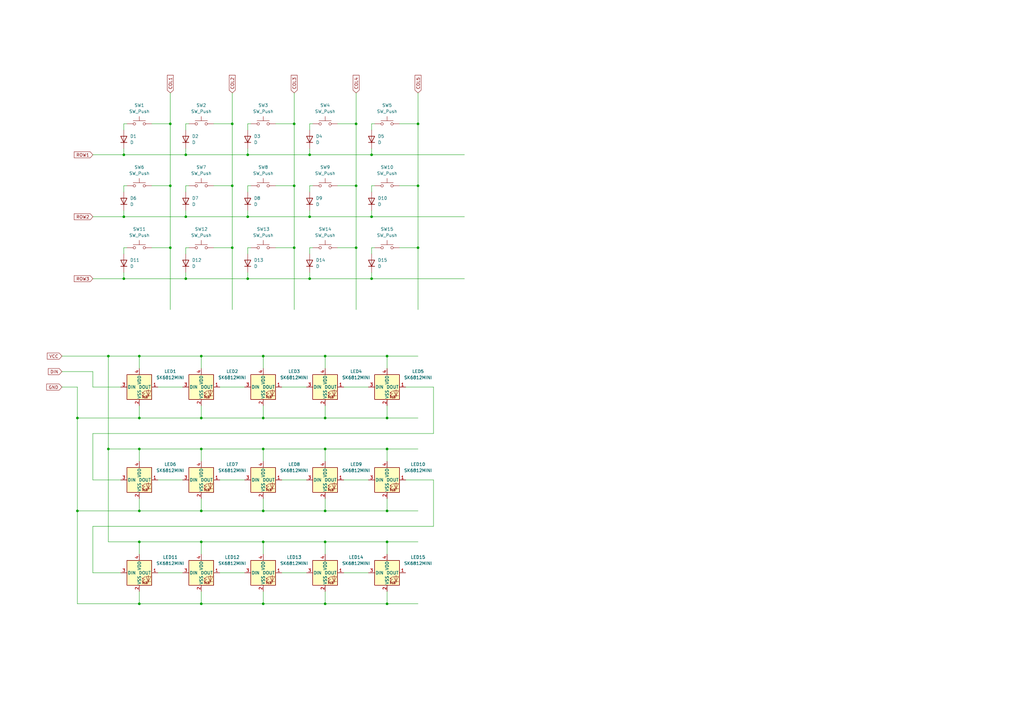
<source format=kicad_sch>
(kicad_sch (version 20250114) (generator "eeschema") (generator_version "9.0")
  (paper "A3")
  (lib_symbols
    (symbol "Device:D" (pin_numbers (hide yes)) (pin_names (offset 1.016) (hide yes))
      (property "Reference" "D" (at 0 2.54 0))
      (property "Value" "D" (at 0 -2.54 0))
      (symbol "D_0_1"
        (polyline (pts (xy -1.27 1.27) (xy -1.27 -1.27)) (stroke (width 0.254)))
        (polyline (pts (xy 1.27 1.27) (xy 1.27 -1.27) (xy -1.27 0) (xy 1.27 1.27)) (stroke (width 0.254)))
        (polyline (pts (xy 1.27 0) (xy -1.27 0)))
      )
      (symbol "D_1_1"
        (pin passive line (at -3.81 0 0) (length 2.54) (name "K") (number "1"))
        (pin passive line (at 3.81 0 180) (length 2.54) (name "A") (number "2"))
      )
    )
    (symbol "LED:SK6812MINI" (pin_names (offset 0.254))
      (property "Reference" "D" (at 5.08 5.715 0))
      (property "Value" "SK6812MINI" (at 1.27 -5.715 0))
      (symbol "SK6812MINI_0_0"
        (text "RGB" (at 2.286 -4.191 0) (effects (font (size 0.762 0.762))))
      )
      (symbol "SK6812MINI_0_1"
        (polyline (pts (xy 1.27 -2.54) (xy 1.778 -2.54)))
        (polyline (pts (xy 1.27 -3.556) (xy 1.778 -3.556)))
        (polyline (pts (xy 2.286 -1.524) (xy 1.27 -2.54) (xy 1.27 -2.032)))
        (polyline (pts (xy 2.286 -2.54) (xy 1.27 -3.556) (xy 1.27 -3.048)))
        (polyline (pts (xy 3.683 -1.016) (xy 3.683 -3.556) (xy 3.683 -4.064)))
        (polyline (pts (xy 4.699 -1.524) (xy 2.667 -1.524) (xy 3.683 -3.556) (xy 4.699 -1.524)))
        (polyline (pts (xy 4.699 -3.556) (xy 2.667 -3.556)))
        (rectangle (start 5.08 5.08) (end -5.08 -5.08) (stroke (width 0.254)) (fill (type background)))
      )
      (symbol "SK6812MINI_1_1"
        (pin input line (at -7.62 0 0) (length 2.54) (name "DIN") (number "3"))
        (pin power_in line (at 0 7.62 270) (length 2.54) (name "VDD") (number "4"))
        (pin power_in line (at 0 -7.62 90) (length 2.54) (name "VSS") (number "2"))
        (pin output line (at 7.62 0 180) (length 2.54) (name "DOUT") (number "1"))
      )
    )
    (symbol "Switch:SW_Push" (pin_numbers (hide yes)) (pin_names (offset 1.016) (hide yes))
      (property "Reference" "SW" (at 1.27 2.54 0))
      (property "Value" "SW_Push" (at 0 -1.524 0))
      (symbol "SW_Push_0_1"
        (circle (center -2.032 0) (radius 0.508))
        (polyline (pts (xy 0 1.27) (xy 0 3.048)))
        (circle (center 2.032 0) (radius 0.508))
        (polyline (pts (xy 2.54 1.27) (xy -2.54 1.27)))
        (pin passive line (at -5.08 0 0) (length 2.54) (name "1") (number "1"))
        (pin passive line (at 5.08 0 180) (length 2.54) (name "2") (number "2"))
      )
    )
  )
  (junction (at 133.35 209.55))
  (junction (at 95.25 101.6))
  (junction (at 158.75 222.25))
  (junction (at 69.85 101.6))
  (junction (at 69.85 50.8))
  (junction (at 82.55 209.55))
  (junction (at 50.8 114.3))
  (junction (at 152.4 88.9))
  (junction (at 146.05 76.2))
  (junction (at 95.25 50.8))
  (junction (at 57.15 209.55))
  (junction (at 152.4 114.3))
  (junction (at 50.8 63.5))
  (junction (at 107.95 146.05))
  (junction (at 146.05 50.8))
  (junction (at 120.65 101.6))
  (junction (at 120.65 50.8))
  (junction (at 44.45 146.05))
  (junction (at 57.15 171.45))
  (junction (at 146.05 101.6))
  (junction (at 69.85 76.2))
  (junction (at 31.75 209.55))
  (junction (at 44.45 184.15))
  (junction (at 82.55 146.05))
  (junction (at 158.75 209.55))
  (junction (at 82.55 222.25))
  (junction (at 107.95 209.55))
  (junction (at 82.55 247.65))
  (junction (at 31.75 171.45))
  (junction (at 158.75 171.45))
  (junction (at 152.4 63.5))
  (junction (at 82.55 184.15))
  (junction (at 57.15 146.05))
  (junction (at 133.35 146.05))
  (junction (at 120.65 76.2))
  (junction (at 95.25 76.2))
  (junction (at 101.6 114.3))
  (junction (at 171.45 76.2))
  (junction (at 107.95 222.25))
  (junction (at 107.95 184.15))
  (junction (at 158.75 184.15))
  (junction (at 133.35 184.15))
  (junction (at 50.8 88.9))
  (junction (at 158.75 247.65))
  (junction (at 171.45 101.6))
  (junction (at 127 88.9))
  (junction (at 57.15 222.25))
  (junction (at 107.95 247.65))
  (junction (at 171.45 50.8))
  (junction (at 76.2 88.9))
  (junction (at 133.35 222.25))
  (junction (at 76.2 114.3))
  (junction (at 101.6 88.9))
  (junction (at 127 114.3))
  (junction (at 133.35 171.45))
  (junction (at 57.15 184.15))
  (junction (at 76.2 63.5))
  (junction (at 158.75 146.05))
  (junction (at 133.35 247.65))
  (junction (at 57.15 247.65))
  (junction (at 101.6 63.5))
  (junction (at 82.55 171.45))
  (junction (at 107.95 171.45))
  (junction (at 127 63.5))
  (wire (pts (xy 152.4 101.6) (xy 153.67 101.6)))
  (wire (pts (xy 76.2 88.9) (xy 101.6 88.9)))
  (wire (pts (xy 95.25 76.2) (xy 95.25 101.6)))
  (wire (pts (xy 69.85 38.1) (xy 69.85 50.8)))
  (wire (pts (xy 177.8 158.75) (xy 166.37 158.75)))
  (wire (pts (xy 158.75 171.45) (xy 171.45 171.45)))
  (wire (pts (xy 113.03 101.6) (xy 120.65 101.6)))
  (wire (pts (xy 133.35 184.15) (xy 133.35 189.23)))
  (wire (pts (xy 133.35 146.05) (xy 133.35 151.13)))
  (wire (pts (xy 50.8 111.76) (xy 50.8 114.3)))
  (wire (pts (xy 120.65 76.2) (xy 120.65 101.6)))
  (wire (pts (xy 127 50.8) (xy 128.27 50.8)))
  (wire (pts (xy 57.15 242.57) (xy 57.15 247.65)))
  (wire (pts (xy 38.1 196.85) (xy 38.1 177.8)))
  (wire (pts (xy 171.45 76.2) (xy 171.45 101.6)))
  (wire (pts (xy 38.1 215.9) (xy 177.8 215.9)))
  (wire (pts (xy 101.6 104.14) (xy 101.6 101.6)))
  (wire (pts (xy 38.1 234.95) (xy 49.53 234.95)))
  (wire (pts (xy 101.6 50.8) (xy 101.6 53.34)))
  (wire (pts (xy 158.75 146.05) (xy 171.45 146.05)))
  (wire (pts (xy 177.8 196.85) (xy 177.8 215.9)))
  (wire (pts (xy 133.35 184.15) (xy 158.75 184.15)))
  (wire (pts (xy 44.45 146.05) (xy 57.15 146.05)))
  (wire (pts (xy 133.35 146.05) (xy 158.75 146.05)))
  (wire (pts (xy 57.15 146.05) (xy 57.15 151.13)))
  (wire (pts (xy 50.8 63.5) (xy 76.2 63.5)))
  (wire (pts (xy 127 111.76) (xy 127 114.3)))
  (wire (pts (xy 25.4 146.05) (xy 44.45 146.05)))
  (wire (pts (xy 163.83 76.2) (xy 171.45 76.2)))
  (wire (pts (xy 146.05 50.8) (xy 146.05 76.2)))
  (wire (pts (xy 133.35 242.57) (xy 133.35 247.65)))
  (wire (pts (xy 95.25 101.6) (xy 95.25 127)))
  (wire (pts (xy 158.75 222.25) (xy 158.75 227.33)))
  (wire (pts (xy 140.97 234.95) (xy 151.13 234.95)))
  (wire (pts (xy 146.05 101.6) (xy 146.05 127)))
  (wire (pts (xy 107.95 146.05) (xy 107.95 151.13)))
  (wire (pts (xy 107.95 209.55) (xy 133.35 209.55)))
  (wire (pts (xy 171.45 38.1) (xy 171.45 50.8)))
  (wire (pts (xy 69.85 76.2) (xy 69.85 101.6)))
  (wire (pts (xy 133.35 247.65) (xy 158.75 247.65)))
  (wire (pts (xy 64.77 158.75) (xy 74.93 158.75)))
  (wire (pts (xy 120.65 38.1) (xy 120.65 50.8)))
  (wire (pts (xy 107.95 184.15) (xy 133.35 184.15)))
  (wire (pts (xy 127 63.5) (xy 152.4 63.5)))
  (wire (pts (xy 82.55 184.15) (xy 82.55 189.23)))
  (wire (pts (xy 101.6 88.9) (xy 127 88.9)))
  (wire (pts (xy 82.55 242.57) (xy 82.55 247.65)))
  (wire (pts (xy 127 60.96) (xy 127 63.5)))
  (wire (pts (xy 127 76.2) (xy 127 78.74)))
  (wire (pts (xy 76.2 50.8) (xy 76.2 53.34)))
  (wire (pts (xy 87.63 50.8) (xy 95.25 50.8)))
  (wire (pts (xy 90.17 158.75) (xy 100.33 158.75)))
  (wire (pts (xy 52.07 101.6) (xy 50.8 101.6)))
  (wire (pts (xy 57.15 146.05) (xy 82.55 146.05)))
  (wire (pts (xy 38.1 63.5) (xy 50.8 63.5)))
  (wire (pts (xy 62.23 76.2) (xy 69.85 76.2)))
  (wire (pts (xy 127 114.3) (xy 152.4 114.3)))
  (wire (pts (xy 57.15 222.25) (xy 82.55 222.25)))
  (wire (pts (xy 82.55 171.45) (xy 107.95 171.45)))
  (wire (pts (xy 163.83 101.6) (xy 171.45 101.6)))
  (wire (pts (xy 152.4 63.5) (xy 190.5 63.5)))
  (wire (pts (xy 90.17 234.95) (xy 100.33 234.95)))
  (wire (pts (xy 113.03 76.2) (xy 120.65 76.2)))
  (wire (pts (xy 57.15 171.45) (xy 82.55 171.45)))
  (wire (pts (xy 152.4 104.14) (xy 152.4 101.6)))
  (wire (pts (xy 158.75 222.25) (xy 171.45 222.25)))
  (wire (pts (xy 50.8 114.3) (xy 76.2 114.3)))
  (wire (pts (xy 115.57 196.85) (xy 125.73 196.85)))
  (wire (pts (xy 77.47 50.8) (xy 76.2 50.8)))
  (wire (pts (xy 163.83 50.8) (xy 171.45 50.8)))
  (wire (pts (xy 25.4 158.75) (xy 31.75 158.75)))
  (wire (pts (xy 76.2 86.36) (xy 76.2 88.9)))
  (wire (pts (xy 101.6 86.36) (xy 101.6 88.9)))
  (wire (pts (xy 57.15 247.65) (xy 82.55 247.65)))
  (wire (pts (xy 171.45 101.6) (xy 171.45 127)))
  (wire (pts (xy 44.45 184.15) (xy 44.45 222.25)))
  (wire (pts (xy 31.75 171.45) (xy 57.15 171.45)))
  (wire (pts (xy 69.85 101.6) (xy 69.85 127)))
  (wire (pts (xy 101.6 76.2) (xy 101.6 78.74)))
  (wire (pts (xy 38.1 158.75) (xy 49.53 158.75)))
  (wire (pts (xy 158.75 242.57) (xy 158.75 247.65)))
  (wire (pts (xy 146.05 76.2) (xy 146.05 101.6)))
  (wire (pts (xy 57.15 222.25) (xy 57.15 227.33)))
  (wire (pts (xy 57.15 204.47) (xy 57.15 209.55)))
  (wire (pts (xy 120.65 101.6) (xy 120.65 127)))
  (wire (pts (xy 107.95 166.37) (xy 107.95 171.45)))
  (wire (pts (xy 107.95 242.57) (xy 107.95 247.65)))
  (wire (pts (xy 146.05 38.1) (xy 146.05 50.8)))
  (wire (pts (xy 82.55 209.55) (xy 107.95 209.55)))
  (wire (pts (xy 90.17 196.85) (xy 100.33 196.85)))
  (wire (pts (xy 38.1 88.9) (xy 50.8 88.9)))
  (wire (pts (xy 76.2 78.74) (xy 76.2 76.2)))
  (wire (pts (xy 152.4 60.96) (xy 152.4 63.5)))
  (wire (pts (xy 76.2 114.3) (xy 101.6 114.3)))
  (wire (pts (xy 133.35 209.55) (xy 158.75 209.55)))
  (wire (pts (xy 82.55 184.15) (xy 107.95 184.15)))
  (wire (pts (xy 95.25 38.1) (xy 95.25 50.8)))
  (wire (pts (xy 133.35 171.45) (xy 158.75 171.45)))
  (wire (pts (xy 152.4 76.2) (xy 152.4 78.74)))
  (wire (pts (xy 76.2 76.2) (xy 77.47 76.2)))
  (wire (pts (xy 49.53 196.85) (xy 38.1 196.85)))
  (wire (pts (xy 82.55 166.37) (xy 82.55 171.45)))
  (wire (pts (xy 31.75 209.55) (xy 57.15 209.55)))
  (wire (pts (xy 133.35 222.25) (xy 158.75 222.25)))
  (wire (pts (xy 152.4 88.9) (xy 190.5 88.9)))
  (wire (pts (xy 115.57 234.95) (xy 125.73 234.95)))
  (wire (pts (xy 76.2 104.14) (xy 76.2 101.6)))
  (wire (pts (xy 101.6 101.6) (xy 102.87 101.6)))
  (wire (pts (xy 57.15 184.15) (xy 57.15 189.23)))
  (wire (pts (xy 171.45 50.8) (xy 171.45 76.2)))
  (wire (pts (xy 76.2 101.6) (xy 77.47 101.6)))
  (wire (pts (xy 87.63 76.2) (xy 95.25 76.2)))
  (wire (pts (xy 138.43 101.6) (xy 146.05 101.6)))
  (wire (pts (xy 62.23 50.8) (xy 69.85 50.8)))
  (wire (pts (xy 38.1 152.4) (xy 38.1 158.75)))
  (wire (pts (xy 64.77 196.85) (xy 74.93 196.85)))
  (wire (pts (xy 38.1 114.3) (xy 50.8 114.3)))
  (wire (pts (xy 50.8 101.6) (xy 50.8 104.14)))
  (wire (pts (xy 166.37 196.85) (xy 177.8 196.85)))
  (wire (pts (xy 113.03 50.8) (xy 120.65 50.8)))
  (wire (pts (xy 107.95 184.15) (xy 107.95 189.23)))
  (wire (pts (xy 107.95 171.45) (xy 133.35 171.45)))
  (wire (pts (xy 101.6 111.76) (xy 101.6 114.3)))
  (wire (pts (xy 50.8 88.9) (xy 76.2 88.9)))
  (wire (pts (xy 31.75 158.75) (xy 31.75 171.45)))
  (wire (pts (xy 158.75 247.65) (xy 171.45 247.65)))
  (wire (pts (xy 101.6 63.5) (xy 127 63.5)))
  (wire (pts (xy 50.8 50.8) (xy 50.8 53.34)))
  (wire (pts (xy 152.4 86.36) (xy 152.4 88.9)))
  (wire (pts (xy 64.77 234.95) (xy 74.93 234.95)))
  (wire (pts (xy 102.87 50.8) (xy 101.6 50.8)))
  (wire (pts (xy 38.1 177.8) (xy 177.8 177.8)))
  (wire (pts (xy 152.4 111.76) (xy 152.4 114.3)))
  (wire (pts (xy 44.45 222.25) (xy 57.15 222.25)))
  (wire (pts (xy 31.75 209.55) (xy 31.75 247.65)))
  (wire (pts (xy 133.35 166.37) (xy 133.35 171.45)))
  (wire (pts (xy 158.75 166.37) (xy 158.75 171.45)))
  (wire (pts (xy 25.4 152.4) (xy 38.1 152.4)))
  (wire (pts (xy 101.6 60.96) (xy 101.6 63.5)))
  (wire (pts (xy 158.75 146.05) (xy 158.75 151.13)))
  (wire (pts (xy 87.63 101.6) (xy 95.25 101.6)))
  (wire (pts (xy 153.67 50.8) (xy 152.4 50.8)))
  (wire (pts (xy 107.95 222.25) (xy 107.95 227.33)))
  (wire (pts (xy 127 88.9) (xy 152.4 88.9)))
  (wire (pts (xy 107.95 247.65) (xy 133.35 247.65)))
  (wire (pts (xy 127 53.34) (xy 127 50.8)))
  (wire (pts (xy 152.4 114.3) (xy 190.5 114.3)))
  (wire (pts (xy 177.8 177.8) (xy 177.8 158.75)))
  (wire (pts (xy 38.1 215.9) (xy 38.1 234.95)))
  (wire (pts (xy 82.55 222.25) (xy 107.95 222.25)))
  (wire (pts (xy 158.75 184.15) (xy 171.45 184.15)))
  (wire (pts (xy 62.23 101.6) (xy 69.85 101.6)))
  (wire (pts (xy 50.8 86.36) (xy 50.8 88.9)))
  (wire (pts (xy 57.15 184.15) (xy 82.55 184.15)))
  (wire (pts (xy 82.55 204.47) (xy 82.55 209.55)))
  (wire (pts (xy 158.75 204.47) (xy 158.75 209.55)))
  (wire (pts (xy 107.95 204.47) (xy 107.95 209.55)))
  (wire (pts (xy 102.87 76.2) (xy 101.6 76.2)))
  (wire (pts (xy 57.15 209.55) (xy 82.55 209.55)))
  (wire (pts (xy 31.75 171.45) (xy 31.75 209.55)))
  (wire (pts (xy 76.2 63.5) (xy 101.6 63.5)))
  (wire (pts (xy 52.07 50.8) (xy 50.8 50.8)))
  (wire (pts (xy 31.75 247.65) (xy 57.15 247.65)))
  (wire (pts (xy 82.55 222.25) (xy 82.55 227.33)))
  (wire (pts (xy 82.55 146.05) (xy 107.95 146.05)))
  (wire (pts (xy 115.57 158.75) (xy 125.73 158.75)))
  (wire (pts (xy 140.97 196.85) (xy 151.13 196.85)))
  (wire (pts (xy 128.27 76.2) (xy 127 76.2)))
  (wire (pts (xy 82.55 146.05) (xy 82.55 151.13)))
  (wire (pts (xy 44.45 146.05) (xy 44.45 184.15)))
  (wire (pts (xy 50.8 60.96) (xy 50.8 63.5)))
  (wire (pts (xy 133.35 222.25) (xy 133.35 227.33)))
  (wire (pts (xy 57.15 166.37) (xy 57.15 171.45)))
  (wire (pts (xy 101.6 114.3) (xy 127 114.3)))
  (wire (pts (xy 69.85 50.8) (xy 69.85 76.2)))
  (wire (pts (xy 127 104.14) (xy 127 101.6)))
  (wire (pts (xy 158.75 184.15) (xy 158.75 189.23)))
  (wire (pts (xy 76.2 60.96) (xy 76.2 63.5)))
  (wire (pts (xy 127 101.6) (xy 128.27 101.6)))
  (wire (pts (xy 153.67 76.2) (xy 152.4 76.2)))
  (wire (pts (xy 50.8 76.2) (xy 50.8 78.74)))
  (wire (pts (xy 133.35 204.47) (xy 133.35 209.55)))
  (wire (pts (xy 138.43 76.2) (xy 146.05 76.2)))
  (wire (pts (xy 140.97 158.75) (xy 151.13 158.75)))
  (wire (pts (xy 158.75 209.55) (xy 171.45 209.55)))
  (wire (pts (xy 107.95 222.25) (xy 133.35 222.25)))
  (wire (pts (xy 44.45 184.15) (xy 57.15 184.15)))
  (wire (pts (xy 76.2 111.76) (xy 76.2 114.3)))
  (wire (pts (xy 107.95 146.05) (xy 133.35 146.05)))
  (wire (pts (xy 82.55 247.65) (xy 107.95 247.65)))
  (wire (pts (xy 52.07 76.2) (xy 50.8 76.2)))
  (wire (pts (xy 138.43 50.8) (xy 146.05 50.8)))
  (wire (pts (xy 127 88.9) (xy 127 86.36)))
  (wire (pts (xy 120.65 50.8) (xy 120.65 76.2)))
  (wire (pts (xy 152.4 50.8) (xy 152.4 53.34)))
  (wire (pts (xy 95.25 50.8) (xy 95.25 76.2)))
  (global_label "COL3" (shape input) (at 120.65 38.1 90) (property "Intersheetrefs" "${INTERSHEET_REFS}" (effects (hide yes))))
  (global_label "COL1" (shape input) (at 69.85 38.1 90) (property "Intersheetrefs" "${INTERSHEET_REFS}" (effects (hide yes))))
  (global_label "COL4" (shape input) (at 146.05 38.1 90) (property "Intersheetrefs" "${INTERSHEET_REFS}" (effects (hide yes))))
  (global_label "ROW3" (shape input) (at 38.1 114.3 180) (property "Intersheetrefs" "${INTERSHEET_REFS}" (effects (hide yes))))
  (global_label "ROW1" (shape input) (at 38.1 63.5 180) (property "Intersheetrefs" "${INTERSHEET_REFS}" (effects (hide yes))))
  (global_label "ROW2" (shape input) (at 38.1 88.9 180) (property "Intersheetrefs" "${INTERSHEET_REFS}" (effects (hide yes))))
  (global_label "DIN" (shape input) (at 25.4 152.4 180) (property "Intersheetrefs" "${INTERSHEET_REFS}" (effects (hide yes))))
  (global_label "COL2" (shape input) (at 95.25 38.1 90) (property "Intersheetrefs" "${INTERSHEET_REFS}" (effects (hide yes))))
  (global_label "VCC" (shape input) (at 25.4 146.05 180) (property "Intersheetrefs" "${INTERSHEET_REFS}" (effects (hide yes))))
  (global_label "GND" (shape input) (at 25.4 158.75 180) (property "Intersheetrefs" "${INTERSHEET_REFS}" (effects (hide yes))))
  (global_label "COL5" (shape input) (at 171.45 38.1 90) (property "Intersheetrefs" "${INTERSHEET_REFS}" (effects (hide yes))))
  (symbol (lib_id "Switch:SW_Push") (at 107.95 76.2 0) (unit 1)
    (property "Reference" "SW8" (at 107.95 68.58 0))
    (property "Value" "SW_Push" (at 107.95 71.12 0))
    (property "Footprint" "SWICHES:MX-Hotswap-1U" (effects (hide yes)))
    (property "Description" "Push button switch, generic, two pins" (effects (hide yes)))
  )
  (symbol (lib_id "Switch:SW_Push") (at 133.35 76.2 0) (unit 1)
    (property "Reference" "SW9" (at 133.35 68.58 0))
    (property "Value" "SW_Push" (at 133.35 71.12 0))
    (property "Footprint" "SWICHES:MX-Hotswap-1U" (effects (hide yes)))
    (property "Description" "Push button switch, generic, two pins" (effects (hide yes)))
  )
  (symbol (lib_id "LED:SK6812MINI") (at 57.15 158.75 0) (unit 1)
    (property "Reference" "LED1" (at 69.85 152.3298 0))
    (property "Value" "SK6812MINI" (at 69.85 154.8698 0))
    (property "Footprint" "SWICHES:SK6812 MINI W_hole" (effects (hide yes)))
    (property "Datasheet" "https://cdn-shop.adafruit.com/product-files/2686/SK6812MINI_REV.01-1-2.pdf" (effects (hide yes)))
    (property "Description" "RGB LED with integrated controller" (effects (hide yes)))
  )
  (symbol (lib_id "Switch:SW_Push") (at 133.35 101.6 0) (unit 1)
    (property "Reference" "SW14" (at 133.35 93.98 0))
    (property "Value" "SW_Push" (at 133.35 96.52 0))
    (property "Footprint" "SWICHES:MX-Hotswap-1U" (effects (hide yes)))
    (property "Description" "Push button switch, generic, two pins" (effects (hide yes)))
  )
  (symbol (lib_id "Switch:SW_Push") (at 57.15 76.2 0) (unit 1)
    (property "Reference" "SW6" (at 57.15 68.58 0))
    (property "Value" "SW_Push" (at 57.15 71.12 0))
    (property "Footprint" "SWICHES:MX-Hotswap-1.25U" (effects (hide yes)))
    (property "Description" "Push button switch, generic, two pins" (effects (hide yes)))
  )
  (symbol (lib_id "Switch:SW_Push") (at 82.55 50.8 0) (unit 1)
    (property "Reference" "SW2" (at 82.55 43.18 0))
    (property "Value" "SW_Push" (at 82.55 45.72 0))
    (property "Footprint" "SWICHES:MX-Hotswap-1U" (effects (hide yes)))
    (property "Description" "Push button switch, generic, two pins" (effects (hide yes)))
  )
  (symbol (lib_id "Device:D") (at 152.4 57.15 90) (unit 1)
    (property "Reference" "D5" (at 154.94 55.8799 90) (effects (justify right)))
    (property "Value" "D" (at 154.94 58.4199 90) (effects (justify right)))
    (property "Footprint" "Diode_SMD:D_0603_1608Metric" (effects (hide yes)))
    (property "Description" "Diode" (effects (hide yes)))
    (property "Sim.Device" "D" (effects (hide yes)))
    (property "Sim.Pins" "1=K 2=A" (effects (hide yes)))
  )
  (symbol (lib_id "LED:SK6812MINI") (at 107.95 158.75 0) (unit 1)
    (property "Reference" "LED3" (at 120.65 152.3298 0))
    (property "Value" "SK6812MINI" (at 120.65 154.8698 0))
    (property "Footprint" "SWICHES:SK6812 MINI W_hole" (effects (hide yes)))
    (property "Datasheet" "https://cdn-shop.adafruit.com/product-files/2686/SK6812MINI_REV.01-1-2.pdf" (effects (hide yes)))
    (property "Description" "RGB LED with integrated controller" (effects (hide yes)))
  )
  (symbol (lib_id "Device:D") (at 50.8 82.55 90) (unit 1)
    (property "Reference" "D6" (at 53.34 81.2799 90) (effects (justify right)))
    (property "Value" "D" (at 53.34 83.8199 90) (effects (justify right)))
    (property "Footprint" "Diode_SMD:D_0603_1608Metric" (effects (hide yes)))
    (property "Description" "Diode" (effects (hide yes)))
    (property "Sim.Device" "D" (effects (hide yes)))
    (property "Sim.Pins" "1=K 2=A" (effects (hide yes)))
  )
  (symbol (lib_id "Device:D") (at 76.2 107.95 90) (unit 1)
    (property "Reference" "D12" (at 78.74 106.6799 90) (effects (justify right)))
    (property "Value" "D" (at 78.74 109.2199 90) (effects (justify right)))
    (property "Footprint" "Diode_SMD:D_0603_1608Metric" (effects (hide yes)))
    (property "Description" "Diode" (effects (hide yes)))
    (property "Sim.Device" "D" (effects (hide yes)))
    (property "Sim.Pins" "1=K 2=A" (effects (hide yes)))
  )
  (symbol (lib_id "Device:D") (at 76.2 57.15 90) (unit 1)
    (property "Reference" "D2" (at 78.74 55.8799 90) (effects (justify right)))
    (property "Value" "D" (at 78.74 58.4199 90) (effects (justify right)))
    (property "Footprint" "Diode_SMD:D_0603_1608Metric" (effects (hide yes)))
    (property "Description" "Diode" (effects (hide yes)))
    (property "Sim.Device" "D" (effects (hide yes)))
    (property "Sim.Pins" "1=K 2=A" (effects (hide yes)))
  )
  (symbol (lib_id "Device:D") (at 50.8 57.15 90) (unit 1)
    (property "Reference" "D1" (at 53.34 55.8799 90) (effects (justify right)))
    (property "Value" "D" (at 53.34 58.4199 90) (effects (justify right)))
    (property "Footprint" "Diode_SMD:D_0603_1608Metric" (effects (hide yes)))
    (property "Description" "Diode" (effects (hide yes)))
    (property "Sim.Device" "D" (effects (hide yes)))
    (property "Sim.Pins" "1=K 2=A" (effects (hide yes)))
  )
  (symbol (lib_id "Switch:SW_Push") (at 82.55 101.6 0) (unit 1)
    (property "Reference" "SW12" (at 82.55 93.98 0))
    (property "Value" "SW_Push" (at 82.55 96.52 0))
    (property "Footprint" "SWICHES:MX-Hotswap-1U" (effects (hide yes)))
    (property "Description" "Push button switch, generic, two pins" (effects (hide yes)))
  )
  (symbol (lib_id "LED:SK6812MINI") (at 133.35 196.85 0) (unit 1)
    (property "Reference" "LED9" (at 146.05 190.4298 0))
    (property "Value" "SK6812MINI" (at 146.05 192.9698 0))
    (property "Footprint" "SWICHES:SK6812 MINI W_hole" (effects (hide yes)))
    (property "Datasheet" "https://cdn-shop.adafruit.com/product-files/2686/SK6812MINI_REV.01-1-2.pdf" (effects (hide yes)))
    (property "Description" "RGB LED with integrated controller" (effects (hide yes)))
  )
  (symbol (lib_id "LED:SK6812MINI") (at 82.55 158.75 0) (unit 1)
    (property "Reference" "LED2" (at 95.25 152.3298 0))
    (property "Value" "SK6812MINI" (at 95.25 154.8698 0))
    (property "Footprint" "SWICHES:SK6812 MINI W_hole" (effects (hide yes)))
    (property "Datasheet" "https://cdn-shop.adafruit.com/product-files/2686/SK6812MINI_REV.01-1-2.pdf" (effects (hide yes)))
    (property "Description" "RGB LED with integrated controller" (effects (hide yes)))
  )
  (symbol (lib_id "Device:D") (at 76.2 82.55 90) (unit 1)
    (property "Reference" "D7" (at 78.74 81.2799 90) (effects (justify right)))
    (property "Value" "D" (at 78.74 83.8199 90) (effects (justify right)))
    (property "Footprint" "Diode_SMD:D_0603_1608Metric" (effects (hide yes)))
    (property "Description" "Diode" (effects (hide yes)))
    (property "Sim.Device" "D" (effects (hide yes)))
    (property "Sim.Pins" "1=K 2=A" (effects (hide yes)))
  )
  (symbol (lib_id "Switch:SW_Push") (at 57.15 50.8 0) (unit 1)
    (property "Reference" "SW1" (at 57.15 43.18 0))
    (property "Value" "SW_Push" (at 57.15 45.72 0))
    (property "Footprint" "SWICHES:MX-Hotswap-1.25U" (effects (hide yes)))
    (property "Description" "Push button switch, generic, two pins" (effects (hide yes)))
  )
  (symbol (lib_id "LED:SK6812MINI") (at 133.35 158.75 0) (unit 1)
    (property "Reference" "LED4" (at 146.05 152.3298 0))
    (property "Value" "SK6812MINI" (at 146.05 154.8698 0))
    (property "Footprint" "SWICHES:SK6812 MINI W_hole" (effects (hide yes)))
    (property "Datasheet" "https://cdn-shop.adafruit.com/product-files/2686/SK6812MINI_REV.01-1-2.pdf" (effects (hide yes)))
    (property "Description" "RGB LED with integrated controller" (effects (hide yes)))
  )
  (symbol (lib_id "Switch:SW_Push") (at 158.75 76.2 0) (unit 1)
    (property "Reference" "SW10" (at 158.75 68.58 0))
    (property "Value" "SW_Push" (at 158.75 71.12 0))
    (property "Footprint" "SWICHES:MX-Hotswap-1U" (effects (hide yes)))
    (property "Description" "Push button switch, generic, two pins" (effects (hide yes)))
  )
  (symbol (lib_id "LED:SK6812MINI") (at 57.15 234.95 0) (unit 1)
    (property "Reference" "LED11" (at 69.85 228.5298 0))
    (property "Value" "SK6812MINI" (at 69.85 231.0698 0))
    (property "Footprint" "SWICHES:SK6812 MINI W_hole" (effects (hide yes)))
    (property "Datasheet" "https://cdn-shop.adafruit.com/product-files/2686/SK6812MINI_REV.01-1-2.pdf" (effects (hide yes)))
    (property "Description" "RGB LED with integrated controller" (effects (hide yes)))
  )
  (symbol (lib_id "Switch:SW_Push") (at 133.35 50.8 0) (unit 1)
    (property "Reference" "SW4" (at 133.35 43.18 0))
    (property "Value" "SW_Push" (at 133.35 45.72 0))
    (property "Footprint" "SWICHES:MX-Hotswap-1U" (effects (hide yes)))
    (property "Description" "Push button switch, generic, two pins" (effects (hide yes)))
  )
  (symbol (lib_id "Device:D") (at 101.6 107.95 90) (unit 1)
    (property "Reference" "D13" (at 104.14 106.6799 90) (effects (justify right)))
    (property "Value" "D" (at 104.14 109.2199 90) (effects (justify right)))
    (property "Footprint" "Diode_SMD:D_0603_1608Metric" (effects (hide yes)))
    (property "Description" "Diode" (effects (hide yes)))
    (property "Sim.Device" "D" (effects (hide yes)))
    (property "Sim.Pins" "1=K 2=A" (effects (hide yes)))
  )
  (symbol (lib_id "Switch:SW_Push") (at 82.55 76.2 0) (unit 1)
    (property "Reference" "SW7" (at 82.55 68.58 0))
    (property "Value" "SW_Push" (at 82.55 71.12 0))
    (property "Footprint" "SWICHES:MX-Hotswap-1U" (effects (hide yes)))
    (property "Description" "Push button switch, generic, two pins" (effects (hide yes)))
  )
  (symbol (lib_id "LED:SK6812MINI") (at 82.55 196.85 0) (unit 1)
    (property "Reference" "LED7" (at 95.25 190.4298 0))
    (property "Value" "SK6812MINI" (at 95.25 192.9698 0))
    (property "Footprint" "SWICHES:SK6812 MINI W_hole" (effects (hide yes)))
    (property "Datasheet" "https://cdn-shop.adafruit.com/product-files/2686/SK6812MINI_REV.01-1-2.pdf" (effects (hide yes)))
    (property "Description" "RGB LED with integrated controller" (effects (hide yes)))
  )
  (symbol (lib_id "Device:D") (at 127 57.15 90) (unit 1)
    (property "Reference" "D4" (at 129.54 55.8799 90) (effects (justify right)))
    (property "Value" "D" (at 129.54 58.4199 90) (effects (justify right)))
    (property "Footprint" "Diode_SMD:D_0603_1608Metric" (effects (hide yes)))
    (property "Description" "Diode" (effects (hide yes)))
    (property "Sim.Device" "D" (effects (hide yes)))
    (property "Sim.Pins" "1=K 2=A" (effects (hide yes)))
  )
  (symbol (lib_id "LED:SK6812MINI") (at 158.75 158.75 0) (unit 1)
    (property "Reference" "LED5" (at 171.45 152.3298 0))
    (property "Value" "SK6812MINI" (at 171.45 154.8698 0))
    (property "Footprint" "SWICHES:SK6812 MINI W_hole" (effects (hide yes)))
    (property "Datasheet" "https://cdn-shop.adafruit.com/product-files/2686/SK6812MINI_REV.01-1-2.pdf" (effects (hide yes)))
    (property "Description" "RGB LED with integrated controller" (effects (hide yes)))
  )
  (symbol (lib_id "LED:SK6812MINI") (at 82.55 234.95 0) (unit 1)
    (property "Reference" "LED12" (at 95.25 228.5298 0))
    (property "Value" "SK6812MINI" (at 95.25 231.0698 0))
    (property "Footprint" "SWICHES:SK6812 MINI W_hole" (effects (hide yes)))
    (property "Datasheet" "https://cdn-shop.adafruit.com/product-files/2686/SK6812MINI_REV.01-1-2.pdf" (effects (hide yes)))
    (property "Description" "RGB LED with integrated controller" (effects (hide yes)))
  )
  (symbol (lib_id "LED:SK6812MINI") (at 158.75 196.85 0) (unit 1)
    (property "Reference" "LED10" (at 171.45 190.4298 0))
    (property "Value" "SK6812MINI" (at 171.45 192.9698 0))
    (property "Footprint" "SWICHES:SK6812 MINI W_hole" (effects (hide yes)))
    (property "Datasheet" "https://cdn-shop.adafruit.com/product-files/2686/SK6812MINI_REV.01-1-2.pdf" (effects (hide yes)))
    (property "Description" "RGB LED with integrated controller" (effects (hide yes)))
  )
  (symbol (lib_id "LED:SK6812MINI") (at 107.95 196.85 0) (unit 1)
    (property "Reference" "LED8" (at 120.65 190.4298 0))
    (property "Value" "SK6812MINI" (at 120.65 192.9698 0))
    (property "Footprint" "SWICHES:SK6812 MINI W_hole" (effects (hide yes)))
    (property "Datasheet" "https://cdn-shop.adafruit.com/product-files/2686/SK6812MINI_REV.01-1-2.pdf" (effects (hide yes)))
    (property "Description" "RGB LED with integrated controller" (effects (hide yes)))
  )
  (symbol (lib_id "LED:SK6812MINI") (at 107.95 234.95 0) (unit 1)
    (property "Reference" "LED13" (at 120.65 228.5298 0))
    (property "Value" "SK6812MINI" (at 120.65 231.0698 0))
    (property "Footprint" "SWICHES:SK6812 MINI W_hole" (effects (hide yes)))
    (property "Datasheet" "https://cdn-shop.adafruit.com/product-files/2686/SK6812MINI_REV.01-1-2.pdf" (effects (hide yes)))
    (property "Description" "RGB LED with integrated controller" (effects (hide yes)))
  )
  (symbol (lib_id "Device:D") (at 101.6 57.15 90) (unit 1)
    (property "Reference" "D3" (at 104.14 55.8799 90) (effects (justify right)))
    (property "Value" "D" (at 104.14 58.4199 90) (effects (justify right)))
    (property "Footprint" "Diode_SMD:D_0603_1608Metric" (effects (hide yes)))
    (property "Description" "Diode" (effects (hide yes)))
    (property "Sim.Device" "D" (effects (hide yes)))
    (property "Sim.Pins" "1=K 2=A" (effects (hide yes)))
  )
  (symbol (lib_id "Device:D") (at 152.4 107.95 90) (unit 1)
    (property "Reference" "D15" (at 154.94 106.6799 90) (effects (justify right)))
    (property "Value" "D" (at 154.94 109.2199 90) (effects (justify right)))
    (property "Footprint" "Diode_SMD:D_0603_1608Metric" (effects (hide yes)))
    (property "Description" "Diode" (effects (hide yes)))
    (property "Sim.Device" "D" (effects (hide yes)))
    (property "Sim.Pins" "1=K 2=A" (effects (hide yes)))
  )
  (symbol (lib_id "Switch:SW_Push") (at 158.75 101.6 0) (unit 1)
    (property "Reference" "SW15" (at 158.75 93.98 0))
    (property "Value" "SW_Push" (at 158.75 96.52 0))
    (property "Footprint" "SWICHES:MX-Hotswap-1U" (effects (hide yes)))
    (property "Description" "Push button switch, generic, two pins" (effects (hide yes)))
  )
  (symbol (lib_id "Switch:SW_Push") (at 158.75 50.8 0) (unit 1)
    (property "Reference" "SW5" (at 158.75 43.18 0))
    (property "Value" "SW_Push" (at 158.75 45.72 0))
    (property "Footprint" "SWICHES:MX-Hotswap-1U" (effects (hide yes)))
    (property "Description" "Push button switch, generic, two pins" (effects (hide yes)))
  )
  (symbol (lib_id "Switch:SW_Push") (at 107.95 50.8 0) (unit 1)
    (property "Reference" "SW3" (at 107.95 43.18 0))
    (property "Value" "SW_Push" (at 107.95 45.72 0))
    (property "Footprint" "SWICHES:MX-Hotswap-1U" (effects (hide yes)))
    (property "Description" "Push button switch, generic, two pins" (effects (hide yes)))
  )
  (symbol (lib_id "Device:D") (at 101.6 82.55 90) (unit 1)
    (property "Reference" "D8" (at 104.14 81.2799 90) (effects (justify right)))
    (property "Value" "D" (at 104.14 83.8199 90) (effects (justify right)))
    (property "Footprint" "Diode_SMD:D_0603_1608Metric" (effects (hide yes)))
    (property "Description" "Diode" (effects (hide yes)))
    (property "Sim.Device" "D" (effects (hide yes)))
    (property "Sim.Pins" "1=K 2=A" (effects (hide yes)))
  )
  (symbol (lib_id "Device:D") (at 127 82.55 90) (unit 1)
    (property "Reference" "D9" (at 129.54 81.2799 90) (effects (justify right)))
    (property "Value" "D" (at 129.54 83.8199 90) (effects (justify right)))
    (property "Footprint" "Diode_SMD:D_0603_1608Metric" (effects (hide yes)))
    (property "Description" "Diode" (effects (hide yes)))
    (property "Sim.Device" "D" (effects (hide yes)))
    (property "Sim.Pins" "1=K 2=A" (effects (hide yes)))
  )
  (symbol (lib_id "LED:SK6812MINI") (at 133.35 234.95 0) (unit 1)
    (property "Reference" "LED14" (at 146.05 228.5298 0))
    (property "Value" "SK6812MINI" (at 146.05 231.0698 0))
    (property "Footprint" "SWICHES:SK6812 MINI W_hole" (effects (hide yes)))
    (property "Datasheet" "https://cdn-shop.adafruit.com/product-files/2686/SK6812MINI_REV.01-1-2.pdf" (effects (hide yes)))
    (property "Description" "RGB LED with integrated controller" (effects (hide yes)))
  )
  (symbol (lib_id "Switch:SW_Push") (at 57.15 101.6 0) (unit 1)
    (property "Reference" "SW11" (at 57.15 93.98 0))
    (property "Value" "SW_Push" (at 57.15 96.52 0))
    (property "Footprint" "SWICHES:MX-Hotswap-1.25U" (effects (hide yes)))
    (property "Description" "Push button switch, generic, two pins" (effects (hide yes)))
  )
  (symbol (lib_id "Device:D") (at 50.8 107.95 90) (unit 1)
    (property "Reference" "D11" (at 53.34 106.6799 90) (effects (justify right)))
    (property "Value" "D" (at 53.34 109.2199 90) (effects (justify right)))
    (property "Footprint" "Diode_SMD:D_0603_1608Metric" (effects (hide yes)))
    (property "Description" "Diode" (effects (hide yes)))
    (property "Sim.Device" "D" (effects (hide yes)))
    (property "Sim.Pins" "1=K 2=A" (effects (hide yes)))
  )
  (symbol (lib_id "LED:SK6812MINI") (at 57.15 196.85 0) (unit 1)
    (property "Reference" "LED6" (at 69.85 190.4298 0))
    (property "Value" "SK6812MINI" (at 69.85 192.9698 0))
    (property "Footprint" "SWICHES:SK6812 MINI W_hole" (effects (hide yes)))
    (property "Datasheet" "https://cdn-shop.adafruit.com/product-files/2686/SK6812MINI_REV.01-1-2.pdf" (effects (hide yes)))
    (property "Description" "RGB LED with integrated controller" (effects (hide yes)))
  )
  (symbol (lib_id "Switch:SW_Push") (at 107.95 101.6 0) (unit 1)
    (property "Reference" "SW13" (at 107.95 93.98 0))
    (property "Value" "SW_Push" (at 107.95 96.52 0))
    (property "Footprint" "SWICHES:MX-Hotswap-1U" (effects (hide yes)))
    (property "Description" "Push button switch, generic, two pins" (effects (hide yes)))
  )
  (symbol (lib_id "Device:D") (at 127 107.95 90) (unit 1)
    (property "Reference" "D14" (at 129.54 106.6799 90) (effects (justify right)))
    (property "Value" "D" (at 129.54 109.2199 90) (effects (justify right)))
    (property "Footprint" "Diode_SMD:D_0603_1608Metric" (effects (hide yes)))
    (property "Description" "Diode" (effects (hide yes)))
    (property "Sim.Device" "D" (effects (hide yes)))
    (property "Sim.Pins" "1=K 2=A" (effects (hide yes)))
  )
  (symbol (lib_id "LED:SK6812MINI") (at 158.75 234.95 0) (unit 1)
    (property "Reference" "LED15" (at 171.45 228.5298 0))
    (property "Value" "SK6812MINI" (at 171.45 231.0698 0))
    (property "Footprint" "SWICHES:SK6812 MINI W_hole" (effects (hide yes)))
    (property "Datasheet" "https://cdn-shop.adafruit.com/product-files/2686/SK6812MINI_REV.01-1-2.pdf" (effects (hide yes)))
    (property "Description" "RGB LED with integrated controller" (effects (hide yes)))
  )
  (symbol (lib_id "Device:D") (at 152.4 82.55 90) (unit 1)
    (property "Reference" "D10" (at 154.94 81.2799 90) (effects (justify right)))
    (property "Value" "D" (at 154.94 83.8199 90) (effects (justify right)))
    (property "Footprint" "Diode_SMD:D_0603_1608Metric" (effects (hide yes)))
    (property "Description" "Diode" (effects (hide yes)))
    (property "Sim.Device" "D" (effects (hide yes)))
    (property "Sim.Pins" "1=K 2=A" (effects (hide yes)))
  )
)
</source>
